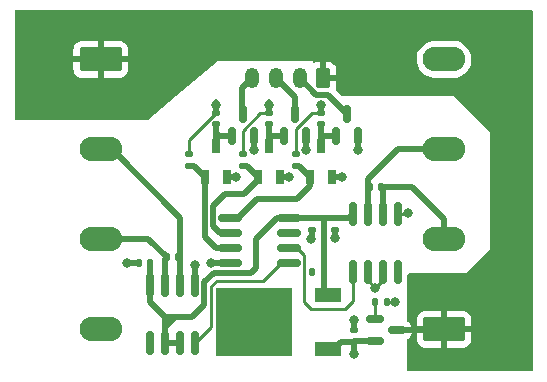
<source format=gbr>
%TF.GenerationSoftware,KiCad,Pcbnew,(6.0.4)*%
%TF.CreationDate,2022-07-19T00:56:17+02:00*%
%TF.ProjectId,Controller_Window,436f6e74-726f-46c6-9c65-725f57696e64,rev?*%
%TF.SameCoordinates,Original*%
%TF.FileFunction,Copper,L1,Top*%
%TF.FilePolarity,Positive*%
%FSLAX46Y46*%
G04 Gerber Fmt 4.6, Leading zero omitted, Abs format (unit mm)*
G04 Created by KiCad (PCBNEW (6.0.4)) date 2022-07-19 00:56:17*
%MOMM*%
%LPD*%
G01*
G04 APERTURE LIST*
G04 Aperture macros list*
%AMRoundRect*
0 Rectangle with rounded corners*
0 $1 Rounding radius*
0 $2 $3 $4 $5 $6 $7 $8 $9 X,Y pos of 4 corners*
0 Add a 4 corners polygon primitive as box body*
4,1,4,$2,$3,$4,$5,$6,$7,$8,$9,$2,$3,0*
0 Add four circle primitives for the rounded corners*
1,1,$1+$1,$2,$3*
1,1,$1+$1,$4,$5*
1,1,$1+$1,$6,$7*
1,1,$1+$1,$8,$9*
0 Add four rect primitives between the rounded corners*
20,1,$1+$1,$2,$3,$4,$5,0*
20,1,$1+$1,$4,$5,$6,$7,0*
20,1,$1+$1,$6,$7,$8,$9,0*
20,1,$1+$1,$8,$9,$2,$3,0*%
G04 Aperture macros list end*
%TA.AperFunction,SMDPad,CuDef*%
%ADD10RoundRect,0.140000X-0.170000X0.140000X-0.170000X-0.140000X0.170000X-0.140000X0.170000X0.140000X0*%
%TD*%
%TA.AperFunction,SMDPad,CuDef*%
%ADD11RoundRect,0.140000X-0.140000X-0.170000X0.140000X-0.170000X0.140000X0.170000X-0.140000X0.170000X0*%
%TD*%
%TA.AperFunction,SMDPad,CuDef*%
%ADD12RoundRect,0.140000X0.140000X0.170000X-0.140000X0.170000X-0.140000X-0.170000X0.140000X-0.170000X0*%
%TD*%
%TA.AperFunction,SMDPad,CuDef*%
%ADD13R,0.650000X1.220000*%
%TD*%
%TA.AperFunction,ComponentPad*%
%ADD14RoundRect,0.250000X0.350000X0.625000X-0.350000X0.625000X-0.350000X-0.625000X0.350000X-0.625000X0*%
%TD*%
%TA.AperFunction,ComponentPad*%
%ADD15O,1.200000X1.750000*%
%TD*%
%TA.AperFunction,SMDPad,CuDef*%
%ADD16RoundRect,0.150000X-0.587500X-0.150000X0.587500X-0.150000X0.587500X0.150000X-0.587500X0.150000X0*%
%TD*%
%TA.AperFunction,SMDPad,CuDef*%
%ADD17RoundRect,0.150000X-0.825000X-0.150000X0.825000X-0.150000X0.825000X0.150000X-0.825000X0.150000X0*%
%TD*%
%TA.AperFunction,SMDPad,CuDef*%
%ADD18R,2.200000X1.200000*%
%TD*%
%TA.AperFunction,SMDPad,CuDef*%
%ADD19R,6.400000X5.800000*%
%TD*%
%TA.AperFunction,SMDPad,CuDef*%
%ADD20RoundRect,0.150000X0.150000X-0.825000X0.150000X0.825000X-0.150000X0.825000X-0.150000X-0.825000X0*%
%TD*%
%TA.AperFunction,SMDPad,CuDef*%
%ADD21RoundRect,0.150000X0.150000X-0.587500X0.150000X0.587500X-0.150000X0.587500X-0.150000X-0.587500X0*%
%TD*%
%TA.AperFunction,SMDPad,CuDef*%
%ADD22RoundRect,0.140000X0.170000X-0.140000X0.170000X0.140000X-0.170000X0.140000X-0.170000X-0.140000X0*%
%TD*%
%TA.AperFunction,ComponentPad*%
%ADD23RoundRect,0.250001X1.549999X-0.799999X1.549999X0.799999X-1.549999X0.799999X-1.549999X-0.799999X0*%
%TD*%
%TA.AperFunction,ComponentPad*%
%ADD24O,3.600000X2.100000*%
%TD*%
%TA.AperFunction,ComponentPad*%
%ADD25RoundRect,0.250001X-1.549999X0.799999X-1.549999X-0.799999X1.549999X-0.799999X1.549999X0.799999X0*%
%TD*%
%TA.AperFunction,ViaPad*%
%ADD26C,0.800000*%
%TD*%
%TA.AperFunction,Conductor*%
%ADD27C,0.254000*%
%TD*%
%TA.AperFunction,Conductor*%
%ADD28C,0.500000*%
%TD*%
%TA.AperFunction,Conductor*%
%ADD29C,0.250000*%
%TD*%
G04 APERTURE END LIST*
D10*
%TO.P,R8,1*%
%TO.N,VCCQ*%
X142100000Y-95920000D03*
%TO.P,R8,2*%
%TO.N,G*%
X142100000Y-96880000D03*
%TD*%
D11*
%TO.P,R2,1*%
%TO.N,Net-(Q1-Pad1)*%
X153320000Y-108400000D03*
%TO.P,R2,2*%
%TO.N,GND*%
X154280000Y-108400000D03*
%TD*%
D12*
%TO.P,C5,1*%
%TO.N,+5V*%
X134230000Y-105100000D03*
%TO.P,C5,2*%
%TO.N,GND*%
X133270000Y-105100000D03*
%TD*%
D10*
%TO.P,R9,1*%
%TO.N,VCCQ*%
X144325000Y-92420000D03*
%TO.P,R9,2*%
%TO.N,Net-(Q6-Pad3)*%
X144325000Y-93380000D03*
%TD*%
D13*
%TO.P,Q2,1,B*%
%TO.N,R*%
X147775000Y-97810000D03*
%TO.P,Q2,2,E*%
%TO.N,GND*%
X149675000Y-97810000D03*
%TO.P,Q2,3,C*%
%TO.N,Net-(Q2-Pad3)*%
X148725000Y-95190000D03*
%TD*%
D10*
%TO.P,C4,1*%
%TO.N,+5V*%
X147950000Y-101320000D03*
%TO.P,C4,2*%
%TO.N,GND*%
X147950000Y-102280000D03*
%TD*%
D12*
%TO.P,C3,1*%
%TO.N,+5V*%
X148930000Y-105850000D03*
%TO.P,C3,2*%
%TO.N,GND*%
X147970000Y-105850000D03*
%TD*%
D14*
%TO.P,J3,1,Pin_1*%
%TO.N,VCC*%
X148900000Y-89450000D03*
D15*
%TO.P,J3,2,Pin_2*%
%TO.N,R_OUT*%
X146900000Y-89450000D03*
%TO.P,J3,3,Pin_3*%
%TO.N,G_OUT*%
X144900000Y-89450000D03*
%TO.P,J3,4,Pin_4*%
%TO.N,B_OUT*%
X142900000Y-89450000D03*
%TD*%
D16*
%TO.P,Q1,1,G*%
%TO.N,Net-(Q1-Pad1)*%
X153262500Y-109850000D03*
%TO.P,Q1,2,S*%
%TO.N,VCCQ*%
X153262500Y-111750000D03*
%TO.P,Q1,3,D*%
%TO.N,VCC*%
X155137500Y-110800000D03*
%TD*%
D10*
%TO.P,R3,1*%
%TO.N,VCCQ*%
X146600000Y-95920000D03*
%TO.P,R3,2*%
%TO.N,R*%
X146600000Y-96880000D03*
%TD*%
D13*
%TO.P,Q3,1,B*%
%TO.N,B*%
X138875000Y-97810000D03*
%TO.P,Q3,2,E*%
%TO.N,GND*%
X140775000Y-97810000D03*
%TO.P,Q3,3,C*%
%TO.N,Net-(Q3-Pad3)*%
X139825000Y-95190000D03*
%TD*%
D17*
%TO.P,U3,1,OUTR*%
%TO.N,R*%
X141025000Y-101295000D03*
%TO.P,U3,2,OUTG*%
%TO.N,G*%
X141025000Y-102565000D03*
%TO.P,U3,3,OUTB*%
%TO.N,B*%
X141025000Y-103835000D03*
%TO.P,U3,4,GND*%
%TO.N,GND*%
X141025000Y-105105000D03*
%TO.P,U3,5,DO*%
%TO.N,DI*%
X145975000Y-105105000D03*
%TO.P,U3,6,DIN*%
%TO.N,RO*%
X145975000Y-103835000D03*
%TO.P,U3,7,SET*%
%TO.N,unconnected-(U3-Pad7)*%
X145975000Y-102565000D03*
%TO.P,U3,8,VDD*%
%TO.N,+5V*%
X145975000Y-101295000D03*
%TD*%
D18*
%TO.P,U1,1,IN*%
%TO.N,VCCQ*%
X149300000Y-112380000D03*
D19*
%TO.P,U1,2,GND*%
%TO.N,GND*%
X143000000Y-110100000D03*
D18*
%TO.P,U1,3,OUT*%
%TO.N,+5V*%
X149300000Y-107820000D03*
%TD*%
D10*
%TO.P,C2,1*%
%TO.N,+5V*%
X149900000Y-101320000D03*
%TO.P,C2,2*%
%TO.N,GND*%
X149900000Y-102280000D03*
%TD*%
D20*
%TO.P,U4,1,RO*%
%TO.N,unconnected-(U4-Pad1)*%
X134220000Y-111915000D03*
%TO.P,U4,2,~{RE}*%
%TO.N,+5V*%
X135490000Y-111915000D03*
%TO.P,U4,3,DE*%
X136760000Y-111915000D03*
%TO.P,U4,4,DI*%
%TO.N,DI*%
X138030000Y-111915000D03*
%TO.P,U4,5,GND*%
%TO.N,GND*%
X138030000Y-106965000D03*
%TO.P,U4,6,A*%
%TO.N,TA*%
X136760000Y-106965000D03*
%TO.P,U4,7,B*%
%TO.N,TB*%
X135490000Y-106965000D03*
%TO.P,U4,8,VCC*%
%TO.N,+5V*%
X134220000Y-106965000D03*
%TD*%
D21*
%TO.P,Q7,1,G*%
%TO.N,Net-(Q6-Pad3)*%
X145575000Y-94337500D03*
%TO.P,Q7,2,S*%
%TO.N,GND*%
X147475000Y-94337500D03*
%TO.P,Q7,3,D*%
%TO.N,G_OUT*%
X146525000Y-92462500D03*
%TD*%
D22*
%TO.P,C1,1*%
%TO.N,VCCQ*%
X151500000Y-111780000D03*
%TO.P,C1,2*%
%TO.N,GND*%
X151500000Y-110820000D03*
%TD*%
D10*
%TO.P,R5,1*%
%TO.N,VCCQ*%
X148725000Y-92420000D03*
%TO.P,R5,2*%
%TO.N,Net-(Q2-Pad3)*%
X148725000Y-93380000D03*
%TD*%
D13*
%TO.P,Q6,1,B*%
%TO.N,G*%
X143375000Y-97810000D03*
%TO.P,Q6,2,E*%
%TO.N,GND*%
X145275000Y-97810000D03*
%TO.P,Q6,3,C*%
%TO.N,Net-(Q6-Pad3)*%
X144325000Y-95190000D03*
%TD*%
D11*
%TO.P,R1,1*%
%TO.N,RB*%
X152820000Y-98700000D03*
%TO.P,R1,2*%
%TO.N,RA*%
X153780000Y-98700000D03*
%TD*%
D23*
%TO.P,J1,1,Pin_1*%
%TO.N,VCC*%
X159122500Y-110730000D03*
D24*
%TO.P,J1,2,Pin_2*%
%TO.N,RA*%
X159122500Y-103110000D03*
%TO.P,J1,3,Pin_3*%
%TO.N,RB*%
X159122500Y-95490000D03*
%TO.P,J1,4,Pin_4*%
%TO.N,GND*%
X159122500Y-87870000D03*
%TD*%
D10*
%TO.P,R4,1*%
%TO.N,VCCQ*%
X137500000Y-95920000D03*
%TO.P,R4,2*%
%TO.N,B*%
X137500000Y-96880000D03*
%TD*%
D21*
%TO.P,Q5,1,G*%
%TO.N,Net-(Q3-Pad3)*%
X141175000Y-94337500D03*
%TO.P,Q5,2,S*%
%TO.N,GND*%
X143075000Y-94337500D03*
%TO.P,Q5,3,D*%
%TO.N,B_OUT*%
X142125000Y-92462500D03*
%TD*%
D25*
%TO.P,J2,1,Pin_1*%
%TO.N,VCC*%
X130052500Y-87870000D03*
D24*
%TO.P,J2,2,Pin_2*%
%TO.N,TA*%
X130052500Y-95490000D03*
%TO.P,J2,3,Pin_3*%
%TO.N,TB*%
X130052500Y-103110000D03*
%TO.P,J2,4,Pin_4*%
%TO.N,GND*%
X130052500Y-110730000D03*
%TD*%
D10*
%TO.P,R6,1*%
%TO.N,VCCQ*%
X139825000Y-92420000D03*
%TO.P,R6,2*%
%TO.N,Net-(Q3-Pad3)*%
X139825000Y-93380000D03*
%TD*%
D21*
%TO.P,Q4,1,G*%
%TO.N,Net-(Q2-Pad3)*%
X149975000Y-94337500D03*
%TO.P,Q4,2,S*%
%TO.N,GND*%
X151875000Y-94337500D03*
%TO.P,Q4,3,D*%
%TO.N,R_OUT*%
X150925000Y-92462500D03*
%TD*%
D11*
%TO.P,R7,1*%
%TO.N,TB*%
X135645000Y-104639999D03*
%TO.P,R7,2*%
%TO.N,TA*%
X136605000Y-104639999D03*
%TD*%
D20*
%TO.P,U2,1,RO*%
%TO.N,RO*%
X151395000Y-105875000D03*
%TO.P,U2,2,~{RE}*%
%TO.N,GND*%
X152665000Y-105875000D03*
%TO.P,U2,3,DE*%
X153935000Y-105875000D03*
%TO.P,U2,4,DI*%
%TO.N,unconnected-(U2-Pad4)*%
X155205000Y-105875000D03*
%TO.P,U2,5,GND*%
%TO.N,GND*%
X155205000Y-100925000D03*
%TO.P,U2,6,A*%
%TO.N,RA*%
X153935000Y-100925000D03*
%TO.P,U2,7,B*%
%TO.N,RB*%
X152665000Y-100925000D03*
%TO.P,U2,8,VCC*%
%TO.N,+5V*%
X151395000Y-100925000D03*
%TD*%
D26*
%TO.N,VCCQ*%
X148700000Y-91700000D03*
X151500000Y-112800000D03*
X144300000Y-91700000D03*
X139800000Y-91700000D03*
%TO.N,GND*%
X151500000Y-109900000D03*
X150475000Y-97800000D03*
X141300000Y-111600000D03*
X149900000Y-103000000D03*
X144200000Y-109000000D03*
X138000000Y-105300000D03*
X156100000Y-100900000D03*
X147850500Y-103050000D03*
X151875000Y-95550000D03*
X147475000Y-95550000D03*
X143075000Y-95550000D03*
X153300000Y-107200000D03*
X155000000Y-108400000D03*
X144200000Y-111600000D03*
X132300000Y-105100000D03*
X146025000Y-97800000D03*
X141525000Y-97800000D03*
X139400000Y-105075989D03*
X141300000Y-109000000D03*
%TD*%
D27*
%TO.N,VCCQ*%
X143581099Y-92420000D02*
X144325000Y-92420000D01*
X146600000Y-93800000D02*
X147980000Y-92420000D01*
X137500000Y-94735242D02*
X139815242Y-92420000D01*
D28*
X144325000Y-92420000D02*
X144325000Y-91525000D01*
X139825000Y-92420000D02*
X139825000Y-91525000D01*
D27*
X139815242Y-92420000D02*
X139825000Y-92420000D01*
D28*
X139825000Y-91525000D02*
X139800000Y-91500000D01*
D27*
X147980000Y-92420000D02*
X148725000Y-92420000D01*
X142100000Y-95920000D02*
X142100000Y-93901099D01*
D28*
X144325000Y-91525000D02*
X144300000Y-91500000D01*
X151500000Y-111780000D02*
X151500000Y-112800000D01*
X148725000Y-91725000D02*
X148700000Y-91700000D01*
D27*
X142100000Y-93901099D02*
X143581099Y-92420000D01*
D28*
X148725000Y-92420000D02*
X148725000Y-91725000D01*
X149300000Y-112380000D02*
X149780000Y-112380000D01*
X153262500Y-111750000D02*
X151530000Y-111750000D01*
D27*
X146600000Y-95920000D02*
X146600000Y-93800000D01*
D28*
X151500000Y-111780000D02*
X150380000Y-111780000D01*
D27*
X137500000Y-95920000D02*
X137500000Y-94735242D01*
D28*
X149780000Y-112380000D02*
X150380000Y-111780000D01*
X151530000Y-111750000D02*
X151500000Y-111780000D01*
%TO.N,GND*%
X149900000Y-102280000D02*
X149900000Y-103000000D01*
X141515000Y-97810000D02*
X141525000Y-97800000D01*
X145275000Y-97810000D02*
X146015000Y-97810000D01*
D27*
X154280000Y-108400000D02*
X155000000Y-108400000D01*
D28*
X143075000Y-94337500D02*
X143075000Y-95550000D01*
D27*
X156075000Y-100925000D02*
X156100000Y-100900000D01*
D28*
X150465000Y-97810000D02*
X150475000Y-97800000D01*
D29*
X153935000Y-106565000D02*
X153935000Y-105875000D01*
D28*
X146015000Y-97810000D02*
X146025000Y-97800000D01*
X151500000Y-110820000D02*
X151500000Y-109900000D01*
X151925000Y-95600000D02*
X151875000Y-95550000D01*
X133270000Y-105100000D02*
X132300000Y-105100000D01*
X140995989Y-105075989D02*
X139400000Y-105075989D01*
X147950000Y-102280000D02*
X147950000Y-102950500D01*
X149675000Y-97810000D02*
X150465000Y-97810000D01*
D29*
X152665000Y-105875000D02*
X152665000Y-106565000D01*
X152665000Y-106565000D02*
X153300000Y-107200000D01*
D28*
X151875000Y-94337500D02*
X151875000Y-95550000D01*
X147950000Y-102950500D02*
X147850500Y-103050000D01*
D27*
X155205000Y-100925000D02*
X156075000Y-100925000D01*
D28*
X138030000Y-105330000D02*
X138000000Y-105300000D01*
X141025000Y-105105000D02*
X140995989Y-105075989D01*
X140775000Y-97810000D02*
X141515000Y-97810000D01*
D29*
X153300000Y-107200000D02*
X153935000Y-106565000D01*
D28*
X138030000Y-106965000D02*
X138030000Y-105330000D01*
X147475000Y-94337500D02*
X147475000Y-95550000D01*
%TO.N,+5V*%
X147925000Y-101295000D02*
X147950000Y-101320000D01*
X135490000Y-110490000D02*
X135490000Y-111915000D01*
X134230000Y-105100000D02*
X134230000Y-106955000D01*
X143200000Y-103100000D02*
X143200000Y-105500000D01*
X145005000Y-101295000D02*
X143200000Y-103100000D01*
X148930000Y-107580000D02*
X148930000Y-105850000D01*
X148820000Y-101320000D02*
X147950000Y-101320000D01*
X142774511Y-105925489D02*
X139613008Y-105925489D01*
X134220000Y-108420000D02*
X135300000Y-109500000D01*
X148930000Y-101430000D02*
X148820000Y-101320000D01*
X148930000Y-105850000D02*
X148930000Y-101430000D01*
X134230000Y-106955000D02*
X134220000Y-106965000D01*
X149300000Y-107820000D02*
X149170000Y-107820000D01*
X148820000Y-101320000D02*
X149900000Y-101320000D01*
X137810000Y-109690000D02*
X136310000Y-109690000D01*
X135490000Y-110490000D02*
X135510000Y-110490000D01*
X138825489Y-108674511D02*
X137810000Y-109690000D01*
X138825489Y-106713008D02*
X138825489Y-108674511D01*
X149170000Y-107820000D02*
X148930000Y-107580000D01*
X135510000Y-110490000D02*
X136310000Y-109690000D01*
X145975000Y-101295000D02*
X145005000Y-101295000D01*
X145975000Y-101295000D02*
X147925000Y-101295000D01*
X135490000Y-109690000D02*
X135490000Y-110490000D01*
X135490000Y-111915000D02*
X136760000Y-111915000D01*
X134220000Y-106965000D02*
X134220000Y-108420000D01*
X135300000Y-109500000D02*
X135490000Y-109690000D01*
X149900000Y-101320000D02*
X151000000Y-101320000D01*
X151000000Y-101320000D02*
X151395000Y-100925000D01*
X143200000Y-105500000D02*
X142774511Y-105925489D01*
X136310000Y-109690000D02*
X135490000Y-109690000D01*
X139613008Y-105925489D02*
X138825489Y-106713008D01*
%TO.N,VCC*%
X155137500Y-110800000D02*
X159052500Y-110800000D01*
X159052500Y-110800000D02*
X159122500Y-110730000D01*
%TO.N,RB*%
X155210000Y-95490000D02*
X159122500Y-95490000D01*
X152665000Y-100925000D02*
X152665000Y-98035000D01*
X152665000Y-98035000D02*
X155210000Y-95490000D01*
%TO.N,RA*%
X159122500Y-103110000D02*
X159122500Y-101422500D01*
X159122500Y-101422500D02*
X156400000Y-98700000D01*
X156400000Y-98700000D02*
X153780000Y-98700000D01*
X153935000Y-100925000D02*
X153935000Y-98855000D01*
X153935000Y-98855000D02*
X153780000Y-98700000D01*
%TO.N,TA*%
X136760000Y-106965000D02*
X136760000Y-103565000D01*
X130052500Y-95490000D02*
X130990000Y-95490000D01*
X136800000Y-101300000D02*
X136800000Y-104444999D01*
X136800000Y-104444999D02*
X136605000Y-104639999D01*
X130990000Y-95490000D02*
X136800000Y-101300000D01*
%TO.N,TB*%
X135490000Y-104794999D02*
X135645000Y-104639999D01*
X135490000Y-106965000D02*
X135490000Y-104794999D01*
X134055001Y-103050000D02*
X135645000Y-104639999D01*
X128625000Y-103050000D02*
X134055001Y-103050000D01*
%TO.N,R_OUT*%
X148300499Y-90850499D02*
X149312999Y-90850499D01*
X149312999Y-90850499D02*
X150925000Y-92462500D01*
X146900000Y-89450000D02*
X148300499Y-90850499D01*
%TO.N,G_OUT*%
X146525000Y-91050000D02*
X146525000Y-92462500D01*
X144925000Y-89450000D02*
X146525000Y-91050000D01*
X144900000Y-89450000D02*
X144925000Y-89450000D01*
%TO.N,B_OUT*%
X142900000Y-89450000D02*
X142025000Y-90325000D01*
X142025000Y-92362500D02*
X142125000Y-92462500D01*
X142025000Y-90325000D02*
X142025000Y-92362500D01*
D27*
%TO.N,Net-(Q1-Pad1)*%
X153320000Y-108400000D02*
X153320000Y-109792500D01*
X153320000Y-109792500D02*
X153262500Y-109850000D01*
D28*
%TO.N,Net-(Q2-Pad3)*%
X148862500Y-94337500D02*
X148725000Y-94475000D01*
X148725000Y-94475000D02*
X148725000Y-95190000D01*
X148725000Y-93380000D02*
X148725000Y-94475000D01*
X149975000Y-94337500D02*
X148862500Y-94337500D01*
%TO.N,Net-(Q3-Pad3)*%
X139825000Y-94125000D02*
X139825000Y-95190000D01*
X139825000Y-93380000D02*
X139825000Y-94125000D01*
X140037500Y-94337500D02*
X139825000Y-94125000D01*
X141175000Y-94337500D02*
X140037500Y-94337500D01*
%TO.N,Net-(Q6-Pad3)*%
X145575000Y-94337500D02*
X144337500Y-94337500D01*
X144325000Y-93380000D02*
X144325000Y-94325000D01*
X144325000Y-94325000D02*
X144325000Y-95190000D01*
X144337500Y-94337500D02*
X144325000Y-94325000D01*
%TO.N,R*%
X146845000Y-96880000D02*
X147775000Y-97810000D01*
X147775000Y-98625000D02*
X146700000Y-99700000D01*
X147775000Y-97810000D02*
X147775000Y-98625000D01*
X141705000Y-101295000D02*
X141025000Y-101295000D01*
X143300000Y-99700000D02*
X141705000Y-101295000D01*
X146700000Y-99700000D02*
X143300000Y-99700000D01*
X146600000Y-96880000D02*
X146845000Y-96880000D01*
%TO.N,B*%
X137945000Y-96880000D02*
X138875000Y-97810000D01*
X139785000Y-103835000D02*
X141025000Y-103835000D01*
X137500000Y-96880000D02*
X137945000Y-96880000D01*
X138875000Y-102925000D02*
X139785000Y-103835000D01*
X138875000Y-97810000D02*
X138875000Y-102925000D01*
%TO.N,G*%
X140600000Y-99300000D02*
X139600000Y-100300000D01*
X143375000Y-98125000D02*
X142200000Y-99300000D01*
X142100000Y-96880000D02*
X142445000Y-96880000D01*
X140165000Y-102565000D02*
X141025000Y-102565000D01*
X142445000Y-96880000D02*
X143375000Y-97810000D01*
X139600000Y-100300000D02*
X139600000Y-102000000D01*
X142200000Y-99300000D02*
X140600000Y-99300000D01*
X139600000Y-102000000D02*
X140165000Y-102565000D01*
X143375000Y-97810000D02*
X143375000Y-98125000D01*
D29*
%TO.N,RO*%
X146635000Y-103835000D02*
X145975000Y-103835000D01*
X151395000Y-105875000D02*
X151395000Y-108305000D01*
X150700000Y-109000000D02*
X147900000Y-109000000D01*
X147274520Y-108374520D02*
X147274520Y-104474520D01*
X147900000Y-109000000D02*
X147274520Y-108374520D01*
X147274520Y-104474520D02*
X146635000Y-103835000D01*
X151395000Y-108305000D02*
X150700000Y-109000000D01*
%TO.N,DI*%
X143800000Y-106600000D02*
X139900000Y-106600000D01*
X145295000Y-105105000D02*
X143800000Y-106600000D01*
X139400000Y-110545000D02*
X138030000Y-111915000D01*
X139900000Y-106600000D02*
X139400000Y-107100000D01*
X139400000Y-107100000D02*
X139400000Y-110545000D01*
X145975000Y-105105000D02*
X145295000Y-105105000D01*
%TD*%
%TA.AperFunction,Conductor*%
%TO.N,VCC*%
G36*
X166583621Y-83728502D02*
G01*
X166630114Y-83782158D01*
X166641500Y-83834500D01*
X166641500Y-114165500D01*
X166621498Y-114233621D01*
X166567842Y-114280114D01*
X166515500Y-114291500D01*
X156126000Y-114291500D01*
X156057879Y-114271498D01*
X156011386Y-114217842D01*
X156000000Y-114165500D01*
X156000000Y-111623692D01*
X156013682Y-111577096D01*
X156814500Y-111577096D01*
X156814837Y-111583611D01*
X156824756Y-111679203D01*
X156827650Y-111692602D01*
X156879088Y-111846783D01*
X156885262Y-111859962D01*
X156970563Y-111997807D01*
X156979599Y-112009208D01*
X157094330Y-112123739D01*
X157105741Y-112132751D01*
X157243745Y-112217818D01*
X157256923Y-112223962D01*
X157411216Y-112275139D01*
X157424581Y-112278005D01*
X157518939Y-112287672D01*
X157525355Y-112288000D01*
X158850385Y-112288000D01*
X158865624Y-112283525D01*
X158866829Y-112282135D01*
X158868500Y-112274452D01*
X158868500Y-112269885D01*
X159376500Y-112269885D01*
X159380975Y-112285124D01*
X159382365Y-112286329D01*
X159390048Y-112288000D01*
X160719596Y-112288000D01*
X160726111Y-112287663D01*
X160821703Y-112277744D01*
X160835102Y-112274850D01*
X160989283Y-112223412D01*
X161002462Y-112217238D01*
X161140307Y-112131937D01*
X161151708Y-112122901D01*
X161266239Y-112008170D01*
X161275251Y-111996759D01*
X161360318Y-111858755D01*
X161366462Y-111845577D01*
X161417639Y-111691284D01*
X161420505Y-111677919D01*
X161430172Y-111583561D01*
X161430500Y-111577145D01*
X161430500Y-111002115D01*
X161426025Y-110986876D01*
X161424635Y-110985671D01*
X161416952Y-110984000D01*
X159394615Y-110984000D01*
X159379376Y-110988475D01*
X159378171Y-110989865D01*
X159376500Y-110997548D01*
X159376500Y-112269885D01*
X158868500Y-112269885D01*
X158868500Y-111002115D01*
X158864025Y-110986876D01*
X158862635Y-110985671D01*
X158854952Y-110984000D01*
X156832615Y-110984000D01*
X156817376Y-110988475D01*
X156816171Y-110989865D01*
X156814500Y-110997548D01*
X156814500Y-111577096D01*
X156013682Y-111577096D01*
X156020002Y-111555571D01*
X156061861Y-111515238D01*
X156124677Y-111478089D01*
X156137104Y-111468449D01*
X156243449Y-111362104D01*
X156253089Y-111349678D01*
X156329648Y-111220221D01*
X156335893Y-111205790D01*
X156374939Y-111071395D01*
X156374899Y-111057294D01*
X156367630Y-111054000D01*
X156000000Y-111054000D01*
X156000000Y-110546000D01*
X156361878Y-110546000D01*
X156375409Y-110542027D01*
X156376544Y-110534129D01*
X156354393Y-110457885D01*
X156814500Y-110457885D01*
X156818975Y-110473124D01*
X156820365Y-110474329D01*
X156828048Y-110476000D01*
X158850385Y-110476000D01*
X158865624Y-110471525D01*
X158866829Y-110470135D01*
X158868500Y-110462452D01*
X158868500Y-110457885D01*
X159376500Y-110457885D01*
X159380975Y-110473124D01*
X159382365Y-110474329D01*
X159390048Y-110476000D01*
X161412385Y-110476000D01*
X161427624Y-110471525D01*
X161428829Y-110470135D01*
X161430500Y-110462452D01*
X161430500Y-109882904D01*
X161430163Y-109876389D01*
X161420244Y-109780797D01*
X161417350Y-109767398D01*
X161365912Y-109613217D01*
X161359738Y-109600038D01*
X161274437Y-109462193D01*
X161265401Y-109450792D01*
X161150670Y-109336261D01*
X161139259Y-109327249D01*
X161001255Y-109242182D01*
X160988077Y-109236038D01*
X160833784Y-109184861D01*
X160820419Y-109181995D01*
X160726061Y-109172328D01*
X160719644Y-109172000D01*
X159394615Y-109172000D01*
X159379376Y-109176475D01*
X159378171Y-109177865D01*
X159376500Y-109185548D01*
X159376500Y-110457885D01*
X158868500Y-110457885D01*
X158868500Y-109190115D01*
X158864025Y-109174876D01*
X158862635Y-109173671D01*
X158854952Y-109172000D01*
X157525404Y-109172000D01*
X157518889Y-109172337D01*
X157423297Y-109182256D01*
X157409898Y-109185150D01*
X157255717Y-109236588D01*
X157242538Y-109242762D01*
X157104693Y-109328063D01*
X157093292Y-109337099D01*
X156978761Y-109451830D01*
X156969749Y-109463241D01*
X156884682Y-109601245D01*
X156878538Y-109614423D01*
X156827361Y-109768716D01*
X156824495Y-109782081D01*
X156814828Y-109876439D01*
X156814500Y-109882856D01*
X156814500Y-110457885D01*
X156354393Y-110457885D01*
X156335893Y-110394210D01*
X156329648Y-110379779D01*
X156253089Y-110250322D01*
X156243449Y-110237896D01*
X156137104Y-110131551D01*
X156124677Y-110121911D01*
X156061861Y-110084762D01*
X156013408Y-110032869D01*
X156000000Y-109976308D01*
X156000000Y-106858118D01*
X156005003Y-106822965D01*
X156008768Y-106810008D01*
X156008769Y-106810003D01*
X156010562Y-106803831D01*
X156013500Y-106766502D01*
X156013500Y-106126000D01*
X156033502Y-106057879D01*
X156087158Y-106011386D01*
X156139500Y-106000000D01*
X161000000Y-106000000D01*
X163000000Y-104000000D01*
X163000000Y-94000000D01*
X160000000Y-91000000D01*
X150587371Y-91000000D01*
X150519250Y-90979998D01*
X150498276Y-90963095D01*
X149994401Y-90459220D01*
X149960375Y-90396908D01*
X149963903Y-90330457D01*
X149995138Y-90236290D01*
X149998005Y-90222914D01*
X150007672Y-90128562D01*
X150008000Y-90122146D01*
X150008000Y-89722115D01*
X150003525Y-89706876D01*
X150002135Y-89705671D01*
X149994452Y-89704000D01*
X148772000Y-89704000D01*
X148703879Y-89683998D01*
X148657386Y-89630342D01*
X148646000Y-89578000D01*
X148646000Y-89177885D01*
X149154000Y-89177885D01*
X149158475Y-89193124D01*
X149159865Y-89194329D01*
X149167548Y-89196000D01*
X149989884Y-89196000D01*
X150005123Y-89191525D01*
X150006328Y-89190135D01*
X150007999Y-89182452D01*
X150007999Y-88777905D01*
X150007662Y-88771386D01*
X149997743Y-88675794D01*
X149994851Y-88662400D01*
X149943412Y-88508216D01*
X149937239Y-88495038D01*
X149851937Y-88357193D01*
X149842901Y-88345792D01*
X149728171Y-88231261D01*
X149716760Y-88222249D01*
X149578757Y-88137184D01*
X149565576Y-88131037D01*
X149411290Y-88079862D01*
X149397914Y-88076995D01*
X149303562Y-88067328D01*
X149297145Y-88067000D01*
X149172115Y-88067000D01*
X149156876Y-88071475D01*
X149155671Y-88072865D01*
X149154000Y-88080548D01*
X149154000Y-89177885D01*
X148646000Y-89177885D01*
X148646000Y-88085116D01*
X148641525Y-88069877D01*
X148640135Y-88068672D01*
X148632452Y-88067001D01*
X148502905Y-88067001D01*
X148496386Y-88067338D01*
X148400794Y-88077257D01*
X148387400Y-88080149D01*
X148233216Y-88131588D01*
X148220044Y-88137759D01*
X148192303Y-88154925D01*
X148123850Y-88173762D01*
X148056081Y-88152600D01*
X148010510Y-88098159D01*
X148000000Y-88047780D01*
X148000000Y-88000000D01*
X140000000Y-88000000D01*
X136400000Y-91000000D01*
X134035045Y-92970796D01*
X133969908Y-92999040D01*
X133954382Y-93000000D01*
X122884500Y-93000000D01*
X122816379Y-92979998D01*
X122769886Y-92926342D01*
X122758500Y-92874000D01*
X122758500Y-88717096D01*
X127744500Y-88717096D01*
X127744837Y-88723611D01*
X127754756Y-88819203D01*
X127757650Y-88832602D01*
X127809088Y-88986783D01*
X127815262Y-88999962D01*
X127900563Y-89137807D01*
X127909599Y-89149208D01*
X128024330Y-89263739D01*
X128035741Y-89272751D01*
X128173745Y-89357818D01*
X128186923Y-89363962D01*
X128341216Y-89415139D01*
X128354581Y-89418005D01*
X128448939Y-89427672D01*
X128455355Y-89428000D01*
X129780385Y-89428000D01*
X129795624Y-89423525D01*
X129796829Y-89422135D01*
X129798500Y-89414452D01*
X129798500Y-89409885D01*
X130306500Y-89409885D01*
X130310975Y-89425124D01*
X130312365Y-89426329D01*
X130320048Y-89428000D01*
X131649596Y-89428000D01*
X131656111Y-89427663D01*
X131751703Y-89417744D01*
X131765102Y-89414850D01*
X131919283Y-89363412D01*
X131932462Y-89357238D01*
X132070307Y-89271937D01*
X132081708Y-89262901D01*
X132196239Y-89148170D01*
X132205251Y-89136759D01*
X132290318Y-88998755D01*
X132296462Y-88985577D01*
X132347639Y-88831284D01*
X132350505Y-88817919D01*
X132360172Y-88723561D01*
X132360500Y-88717145D01*
X132360500Y-88142115D01*
X132356025Y-88126876D01*
X132354635Y-88125671D01*
X132346952Y-88124000D01*
X130324615Y-88124000D01*
X130309376Y-88128475D01*
X130308171Y-88129865D01*
X130306500Y-88137548D01*
X130306500Y-89409885D01*
X129798500Y-89409885D01*
X129798500Y-88142115D01*
X129794025Y-88126876D01*
X129792635Y-88125671D01*
X129784952Y-88124000D01*
X127762615Y-88124000D01*
X127747376Y-88128475D01*
X127746171Y-88129865D01*
X127744500Y-88137548D01*
X127744500Y-88717096D01*
X122758500Y-88717096D01*
X122758500Y-87924568D01*
X156809882Y-87924568D01*
X156838708Y-88173699D01*
X156840087Y-88178573D01*
X156840088Y-88178577D01*
X156879026Y-88316181D01*
X156906994Y-88415017D01*
X156909128Y-88419592D01*
X156909130Y-88419599D01*
X157010847Y-88637731D01*
X157012984Y-88642313D01*
X157015826Y-88646494D01*
X157015826Y-88646495D01*
X157151105Y-88845552D01*
X157151108Y-88845556D01*
X157153951Y-88849739D01*
X157157428Y-88853416D01*
X157157429Y-88853417D01*
X157257738Y-88959491D01*
X157326267Y-89031959D01*
X157330293Y-89035037D01*
X157330294Y-89035038D01*
X157521481Y-89181212D01*
X157521485Y-89181215D01*
X157525501Y-89184285D01*
X157529959Y-89186675D01*
X157529960Y-89186676D01*
X157541986Y-89193124D01*
X157746526Y-89302797D01*
X157751307Y-89304443D01*
X157751311Y-89304445D01*
X157904633Y-89357238D01*
X157983656Y-89384448D01*
X158087189Y-89402331D01*
X158226880Y-89426460D01*
X158226886Y-89426461D01*
X158230790Y-89427135D01*
X158234751Y-89427315D01*
X158234752Y-89427315D01*
X158259431Y-89428436D01*
X158259450Y-89428436D01*
X158260850Y-89428500D01*
X159935515Y-89428500D01*
X159938023Y-89428298D01*
X159938028Y-89428298D01*
X160117444Y-89413863D01*
X160117449Y-89413862D01*
X160122485Y-89413457D01*
X160127393Y-89412252D01*
X160127396Y-89412251D01*
X160361125Y-89354841D01*
X160366039Y-89353634D01*
X160370691Y-89351659D01*
X160370695Y-89351658D01*
X160592241Y-89257617D01*
X160592242Y-89257617D01*
X160596896Y-89255641D01*
X160809115Y-89122000D01*
X160997238Y-88956147D01*
X161156424Y-88762351D01*
X161282578Y-88545596D01*
X161305897Y-88484850D01*
X161370643Y-88316181D01*
X161372455Y-88311461D01*
X161391093Y-88222249D01*
X161422706Y-88070921D01*
X161423741Y-88065967D01*
X161435118Y-87815432D01*
X161406292Y-87566301D01*
X161367310Y-87428539D01*
X161339384Y-87329852D01*
X161339383Y-87329850D01*
X161338006Y-87324983D01*
X161335872Y-87320408D01*
X161335870Y-87320401D01*
X161234153Y-87102269D01*
X161234151Y-87102265D01*
X161232016Y-87097687D01*
X161229174Y-87093505D01*
X161093895Y-86894448D01*
X161093892Y-86894444D01*
X161091049Y-86890261D01*
X160990425Y-86783853D01*
X160922213Y-86711721D01*
X160918733Y-86708041D01*
X160914706Y-86704962D01*
X160723519Y-86558788D01*
X160723515Y-86558785D01*
X160719499Y-86555715D01*
X160498474Y-86437203D01*
X160493693Y-86435557D01*
X160493689Y-86435555D01*
X160266133Y-86357201D01*
X160261344Y-86355552D01*
X160157811Y-86337669D01*
X160018120Y-86313540D01*
X160018114Y-86313539D01*
X160014210Y-86312865D01*
X160010249Y-86312685D01*
X160010248Y-86312685D01*
X159985569Y-86311564D01*
X159985550Y-86311564D01*
X159984150Y-86311500D01*
X158309485Y-86311500D01*
X158306977Y-86311702D01*
X158306972Y-86311702D01*
X158127556Y-86326137D01*
X158127551Y-86326138D01*
X158122515Y-86326543D01*
X158117607Y-86327748D01*
X158117604Y-86327749D01*
X157895995Y-86382182D01*
X157878961Y-86386366D01*
X157874309Y-86388341D01*
X157874305Y-86388342D01*
X157665207Y-86477099D01*
X157648104Y-86484359D01*
X157435885Y-86618000D01*
X157247762Y-86783853D01*
X157088576Y-86977649D01*
X156962422Y-87194404D01*
X156872545Y-87428539D01*
X156871512Y-87433485D01*
X156871510Y-87433491D01*
X156833983Y-87613124D01*
X156821259Y-87674033D01*
X156809882Y-87924568D01*
X122758500Y-87924568D01*
X122758500Y-87597885D01*
X127744500Y-87597885D01*
X127748975Y-87613124D01*
X127750365Y-87614329D01*
X127758048Y-87616000D01*
X129780385Y-87616000D01*
X129795624Y-87611525D01*
X129796829Y-87610135D01*
X129798500Y-87602452D01*
X129798500Y-87597885D01*
X130306500Y-87597885D01*
X130310975Y-87613124D01*
X130312365Y-87614329D01*
X130320048Y-87616000D01*
X132342385Y-87616000D01*
X132357624Y-87611525D01*
X132358829Y-87610135D01*
X132360500Y-87602452D01*
X132360500Y-87022904D01*
X132360163Y-87016389D01*
X132350244Y-86920797D01*
X132347350Y-86907398D01*
X132295912Y-86753217D01*
X132289738Y-86740038D01*
X132204437Y-86602193D01*
X132195401Y-86590792D01*
X132080670Y-86476261D01*
X132069259Y-86467249D01*
X131931255Y-86382182D01*
X131918077Y-86376038D01*
X131763784Y-86324861D01*
X131750419Y-86321995D01*
X131656061Y-86312328D01*
X131649644Y-86312000D01*
X130324615Y-86312000D01*
X130309376Y-86316475D01*
X130308171Y-86317865D01*
X130306500Y-86325548D01*
X130306500Y-87597885D01*
X129798500Y-87597885D01*
X129798500Y-86330115D01*
X129794025Y-86314876D01*
X129792635Y-86313671D01*
X129784952Y-86312000D01*
X128455404Y-86312000D01*
X128448889Y-86312337D01*
X128353297Y-86322256D01*
X128339898Y-86325150D01*
X128185717Y-86376588D01*
X128172538Y-86382762D01*
X128034693Y-86468063D01*
X128023292Y-86477099D01*
X127908761Y-86591830D01*
X127899749Y-86603241D01*
X127814682Y-86741245D01*
X127808538Y-86754423D01*
X127757361Y-86908716D01*
X127754495Y-86922081D01*
X127744828Y-87016439D01*
X127744500Y-87022856D01*
X127744500Y-87597885D01*
X122758500Y-87597885D01*
X122758500Y-83834500D01*
X122778502Y-83766379D01*
X122832158Y-83719886D01*
X122884500Y-83708500D01*
X166515500Y-83708500D01*
X166583621Y-83728502D01*
G37*
%TD.AperFunction*%
%TD*%
M02*

</source>
